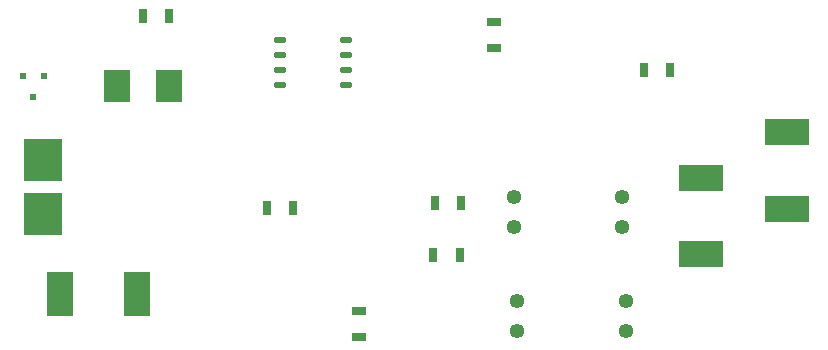
<source format=gbp>
G04*
G04 #@! TF.GenerationSoftware,Altium Limited,Altium Designer,21.6.1 (37)*
G04*
G04 Layer_Color=128*
%FSLAX23Y23*%
%MOIN*%
G70*
G04*
G04 #@! TF.SameCoordinates,0FF5D6F2-8617-485F-BAA8-9F26F2E2BD2E*
G04*
G04*
G04 #@! TF.FilePolarity,Positive*
G04*
G01*
G75*
%ADD19R,0.089X0.149*%
%ADD23R,0.028X0.051*%
%ADD24R,0.051X0.028*%
%ADD63R,0.126X0.140*%
%ADD64R,0.149X0.089*%
%ADD65R,0.085X0.108*%
%ADD66O,0.043X0.023*%
%ADD67O,0.051X0.049*%
%ADD68R,0.020X0.024*%
D19*
X551Y315D02*
D03*
X295D02*
D03*
D23*
X1071Y602D02*
D03*
X984D02*
D03*
X1539Y445D02*
D03*
X1626D02*
D03*
X2327Y1059D02*
D03*
X2240D02*
D03*
X570Y1242D02*
D03*
X656D02*
D03*
X1630Y618D02*
D03*
X1543D02*
D03*
D24*
X1291Y256D02*
D03*
Y169D02*
D03*
X1740Y1134D02*
D03*
Y1220D02*
D03*
D63*
X236Y580D02*
D03*
Y759D02*
D03*
D64*
X2431Y446D02*
D03*
Y702D02*
D03*
X2716Y598D02*
D03*
Y854D02*
D03*
D65*
X484Y1008D02*
D03*
X658D02*
D03*
D66*
X1028Y1011D02*
D03*
Y1061D02*
D03*
Y1111D02*
D03*
Y1161D02*
D03*
X1248Y1011D02*
D03*
Y1061D02*
D03*
Y1111D02*
D03*
Y1161D02*
D03*
D67*
X2181Y190D02*
D03*
X1819D02*
D03*
X2181Y290D02*
D03*
X1819D02*
D03*
X2169Y537D02*
D03*
X1807D02*
D03*
X2169Y637D02*
D03*
X1807D02*
D03*
D68*
X170Y1039D02*
D03*
X205Y969D02*
D03*
X240Y1039D02*
D03*
M02*

</source>
